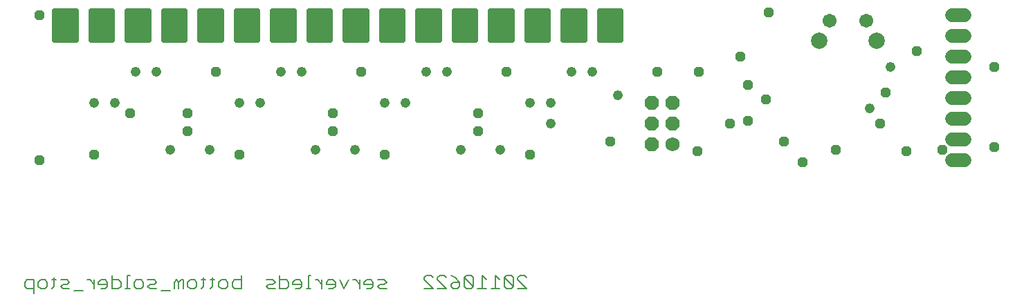
<source format=gbs>
G75*
G70*
%OFA0B0*%
%FSLAX24Y24*%
%IPPOS*%
%LPD*%
%AMOC8*
5,1,8,0,0,1.08239X$1,22.5*
%
%ADD10C,0.0060*%
%ADD11C,0.0252*%
%ADD12C,0.0789*%
%ADD13C,0.0674*%
%ADD14C,0.0680*%
%ADD15OC8,0.0680*%
%ADD16C,0.0680*%
%ADD17C,0.0476*%
%ADD18OC8,0.0476*%
D10*
X002845Y000482D02*
X002951Y000376D01*
X003272Y000376D01*
X003272Y000162D02*
X003272Y000803D01*
X002951Y000803D01*
X002845Y000696D01*
X002845Y000482D01*
X003489Y000482D02*
X003489Y000696D01*
X003596Y000803D01*
X003809Y000803D01*
X003916Y000696D01*
X003916Y000482D01*
X003809Y000376D01*
X003596Y000376D01*
X003489Y000482D01*
X004132Y000376D02*
X004239Y000482D01*
X004239Y000909D01*
X004346Y000803D02*
X004132Y000803D01*
X004563Y000803D02*
X004884Y000803D01*
X004990Y000696D01*
X004884Y000589D01*
X004670Y000589D01*
X004563Y000482D01*
X004670Y000376D01*
X004990Y000376D01*
X005208Y000269D02*
X005635Y000269D01*
X006172Y000376D02*
X006172Y000803D01*
X005959Y000803D02*
X005852Y000803D01*
X005959Y000803D02*
X006172Y000589D01*
X006390Y000589D02*
X006817Y000589D01*
X006817Y000482D02*
X006817Y000696D01*
X006710Y000803D01*
X006496Y000803D01*
X006390Y000696D01*
X006390Y000589D01*
X006496Y000376D02*
X006710Y000376D01*
X006817Y000482D01*
X007034Y000376D02*
X007354Y000376D01*
X007461Y000482D01*
X007461Y000696D01*
X007354Y000803D01*
X007034Y000803D01*
X007034Y001016D02*
X007034Y000376D01*
X007677Y000376D02*
X007891Y000376D01*
X007784Y000376D02*
X007784Y001016D01*
X007891Y001016D01*
X008108Y000696D02*
X008215Y000803D01*
X008429Y000803D01*
X008535Y000696D01*
X008535Y000482D01*
X008429Y000376D01*
X008215Y000376D01*
X008108Y000482D01*
X008108Y000696D01*
X008753Y000803D02*
X009073Y000803D01*
X009180Y000696D01*
X009073Y000589D01*
X008860Y000589D01*
X008753Y000482D01*
X008860Y000376D01*
X009180Y000376D01*
X009397Y000269D02*
X009824Y000269D01*
X010042Y000376D02*
X010042Y000696D01*
X010149Y000803D01*
X010255Y000696D01*
X010255Y000376D01*
X010469Y000376D02*
X010469Y000803D01*
X010362Y000803D01*
X010255Y000696D01*
X010686Y000696D02*
X010686Y000482D01*
X010793Y000376D01*
X011007Y000376D01*
X011113Y000482D01*
X011113Y000696D01*
X011007Y000803D01*
X010793Y000803D01*
X010686Y000696D01*
X011330Y000803D02*
X011543Y000803D01*
X011436Y000909D02*
X011436Y000482D01*
X011330Y000376D01*
X011759Y000376D02*
X011866Y000482D01*
X011866Y000909D01*
X011973Y000803D02*
X011759Y000803D01*
X012190Y000696D02*
X012297Y000803D01*
X012511Y000803D01*
X012617Y000696D01*
X012617Y000482D01*
X012511Y000376D01*
X012297Y000376D01*
X012190Y000482D01*
X012190Y000696D01*
X012835Y000696D02*
X012835Y000482D01*
X012942Y000376D01*
X013262Y000376D01*
X013262Y001016D01*
X013262Y000803D02*
X012942Y000803D01*
X012835Y000696D01*
X014464Y000803D02*
X014784Y000803D01*
X014891Y000696D01*
X014784Y000589D01*
X014571Y000589D01*
X014464Y000482D01*
X014571Y000376D01*
X014891Y000376D01*
X015108Y000376D02*
X015429Y000376D01*
X015535Y000482D01*
X015535Y000696D01*
X015429Y000803D01*
X015108Y000803D01*
X015108Y001016D02*
X015108Y000376D01*
X015753Y000589D02*
X015753Y000696D01*
X015860Y000803D01*
X016073Y000803D01*
X016180Y000696D01*
X016180Y000482D01*
X016073Y000376D01*
X015860Y000376D01*
X015753Y000589D02*
X016180Y000589D01*
X016396Y000376D02*
X016610Y000376D01*
X016503Y000376D02*
X016503Y001016D01*
X016610Y001016D01*
X016826Y000803D02*
X016933Y000803D01*
X017147Y000589D01*
X017147Y000376D02*
X017147Y000803D01*
X017364Y000696D02*
X017364Y000589D01*
X017791Y000589D01*
X017791Y000482D02*
X017791Y000696D01*
X017684Y000803D01*
X017471Y000803D01*
X017364Y000696D01*
X017684Y000376D02*
X017791Y000482D01*
X017684Y000376D02*
X017471Y000376D01*
X018009Y000803D02*
X018222Y000376D01*
X018436Y000803D01*
X018653Y000803D02*
X018759Y000803D01*
X018973Y000589D01*
X018973Y000376D02*
X018973Y000803D01*
X019190Y000696D02*
X019190Y000589D01*
X019617Y000589D01*
X019617Y000482D02*
X019617Y000696D01*
X019511Y000803D01*
X019297Y000803D01*
X019190Y000696D01*
X019511Y000376D02*
X019617Y000482D01*
X019511Y000376D02*
X019297Y000376D01*
X019835Y000482D02*
X019942Y000589D01*
X020155Y000589D01*
X020262Y000696D01*
X020155Y000803D01*
X019835Y000803D01*
X019835Y000482D02*
X019942Y000376D01*
X020262Y000376D01*
X022073Y000376D02*
X022500Y000376D01*
X022073Y000803D01*
X022073Y000909D01*
X022180Y001016D01*
X022393Y001016D01*
X022500Y000909D01*
X022718Y000909D02*
X022824Y001016D01*
X023038Y001016D01*
X023145Y000909D01*
X023362Y001016D02*
X023576Y000909D01*
X023789Y000696D01*
X023469Y000696D01*
X023362Y000589D01*
X023362Y000482D01*
X023469Y000376D01*
X023682Y000376D01*
X023789Y000482D01*
X023789Y000696D01*
X024007Y000909D02*
X024007Y000482D01*
X024113Y000376D01*
X024327Y000376D01*
X024434Y000482D01*
X024007Y000909D01*
X024113Y001016D01*
X024327Y001016D01*
X024434Y000909D01*
X024434Y000482D01*
X024651Y000376D02*
X025078Y000376D01*
X024865Y000376D02*
X024865Y001016D01*
X025078Y000803D01*
X025509Y001016D02*
X025509Y000376D01*
X025296Y000376D02*
X025723Y000376D01*
X025940Y000482D02*
X026047Y000376D01*
X026261Y000376D01*
X026367Y000482D01*
X025940Y000909D01*
X025940Y000482D01*
X026367Y000482D02*
X026367Y000909D01*
X026261Y001016D01*
X026047Y001016D01*
X025940Y000909D01*
X025723Y000803D02*
X025509Y001016D01*
X026585Y000909D02*
X026692Y001016D01*
X026905Y001016D01*
X027012Y000909D01*
X026585Y000909D02*
X026585Y000803D01*
X027012Y000376D01*
X026585Y000376D01*
X023145Y000376D02*
X022718Y000803D01*
X022718Y000909D01*
X022718Y000376D02*
X023145Y000376D01*
D11*
X021788Y012395D02*
X021788Y013797D01*
X022796Y013797D01*
X022796Y012395D01*
X021788Y012395D01*
X021788Y012646D02*
X022796Y012646D01*
X022796Y012897D02*
X021788Y012897D01*
X021788Y013148D02*
X022796Y013148D01*
X022796Y013399D02*
X021788Y013399D01*
X021788Y013650D02*
X022796Y013650D01*
X023538Y013797D02*
X023538Y012395D01*
X023538Y013797D02*
X024546Y013797D01*
X024546Y012395D01*
X023538Y012395D01*
X023538Y012646D02*
X024546Y012646D01*
X024546Y012897D02*
X023538Y012897D01*
X023538Y013148D02*
X024546Y013148D01*
X024546Y013399D02*
X023538Y013399D01*
X023538Y013650D02*
X024546Y013650D01*
X025288Y013797D02*
X025288Y012395D01*
X025288Y013797D02*
X026296Y013797D01*
X026296Y012395D01*
X025288Y012395D01*
X025288Y012646D02*
X026296Y012646D01*
X026296Y012897D02*
X025288Y012897D01*
X025288Y013148D02*
X026296Y013148D01*
X026296Y013399D02*
X025288Y013399D01*
X025288Y013650D02*
X026296Y013650D01*
X027038Y013797D02*
X027038Y012395D01*
X027038Y013797D02*
X028046Y013797D01*
X028046Y012395D01*
X027038Y012395D01*
X027038Y012646D02*
X028046Y012646D01*
X028046Y012897D02*
X027038Y012897D01*
X027038Y013148D02*
X028046Y013148D01*
X028046Y013399D02*
X027038Y013399D01*
X027038Y013650D02*
X028046Y013650D01*
X028788Y013797D02*
X028788Y012395D01*
X028788Y013797D02*
X029796Y013797D01*
X029796Y012395D01*
X028788Y012395D01*
X028788Y012646D02*
X029796Y012646D01*
X029796Y012897D02*
X028788Y012897D01*
X028788Y013148D02*
X029796Y013148D01*
X029796Y013399D02*
X028788Y013399D01*
X028788Y013650D02*
X029796Y013650D01*
X030538Y013797D02*
X030538Y012395D01*
X030538Y013797D02*
X031546Y013797D01*
X031546Y012395D01*
X030538Y012395D01*
X030538Y012646D02*
X031546Y012646D01*
X031546Y012897D02*
X030538Y012897D01*
X030538Y013148D02*
X031546Y013148D01*
X031546Y013399D02*
X030538Y013399D01*
X030538Y013650D02*
X031546Y013650D01*
X020038Y013797D02*
X020038Y012395D01*
X020038Y013797D02*
X021046Y013797D01*
X021046Y012395D01*
X020038Y012395D01*
X020038Y012646D02*
X021046Y012646D01*
X021046Y012897D02*
X020038Y012897D01*
X020038Y013148D02*
X021046Y013148D01*
X021046Y013399D02*
X020038Y013399D01*
X020038Y013650D02*
X021046Y013650D01*
X018288Y013797D02*
X018288Y012395D01*
X018288Y013797D02*
X019296Y013797D01*
X019296Y012395D01*
X018288Y012395D01*
X018288Y012646D02*
X019296Y012646D01*
X019296Y012897D02*
X018288Y012897D01*
X018288Y013148D02*
X019296Y013148D01*
X019296Y013399D02*
X018288Y013399D01*
X018288Y013650D02*
X019296Y013650D01*
X016538Y013797D02*
X016538Y012395D01*
X016538Y013797D02*
X017546Y013797D01*
X017546Y012395D01*
X016538Y012395D01*
X016538Y012646D02*
X017546Y012646D01*
X017546Y012897D02*
X016538Y012897D01*
X016538Y013148D02*
X017546Y013148D01*
X017546Y013399D02*
X016538Y013399D01*
X016538Y013650D02*
X017546Y013650D01*
X014788Y013797D02*
X014788Y012395D01*
X014788Y013797D02*
X015796Y013797D01*
X015796Y012395D01*
X014788Y012395D01*
X014788Y012646D02*
X015796Y012646D01*
X015796Y012897D02*
X014788Y012897D01*
X014788Y013148D02*
X015796Y013148D01*
X015796Y013399D02*
X014788Y013399D01*
X014788Y013650D02*
X015796Y013650D01*
X013038Y013797D02*
X013038Y012395D01*
X013038Y013797D02*
X014046Y013797D01*
X014046Y012395D01*
X013038Y012395D01*
X013038Y012646D02*
X014046Y012646D01*
X014046Y012897D02*
X013038Y012897D01*
X013038Y013148D02*
X014046Y013148D01*
X014046Y013399D02*
X013038Y013399D01*
X013038Y013650D02*
X014046Y013650D01*
X011288Y013797D02*
X011288Y012395D01*
X011288Y013797D02*
X012296Y013797D01*
X012296Y012395D01*
X011288Y012395D01*
X011288Y012646D02*
X012296Y012646D01*
X012296Y012897D02*
X011288Y012897D01*
X011288Y013148D02*
X012296Y013148D01*
X012296Y013399D02*
X011288Y013399D01*
X011288Y013650D02*
X012296Y013650D01*
X009538Y013797D02*
X009538Y012395D01*
X009538Y013797D02*
X010546Y013797D01*
X010546Y012395D01*
X009538Y012395D01*
X009538Y012646D02*
X010546Y012646D01*
X010546Y012897D02*
X009538Y012897D01*
X009538Y013148D02*
X010546Y013148D01*
X010546Y013399D02*
X009538Y013399D01*
X009538Y013650D02*
X010546Y013650D01*
X007788Y013797D02*
X007788Y012395D01*
X007788Y013797D02*
X008796Y013797D01*
X008796Y012395D01*
X007788Y012395D01*
X007788Y012646D02*
X008796Y012646D01*
X008796Y012897D02*
X007788Y012897D01*
X007788Y013148D02*
X008796Y013148D01*
X008796Y013399D02*
X007788Y013399D01*
X007788Y013650D02*
X008796Y013650D01*
X006038Y013797D02*
X006038Y012395D01*
X006038Y013797D02*
X007046Y013797D01*
X007046Y012395D01*
X006038Y012395D01*
X006038Y012646D02*
X007046Y012646D01*
X007046Y012897D02*
X006038Y012897D01*
X006038Y013148D02*
X007046Y013148D01*
X007046Y013399D02*
X006038Y013399D01*
X006038Y013650D02*
X007046Y013650D01*
X004288Y013797D02*
X004288Y012395D01*
X004288Y013797D02*
X005296Y013797D01*
X005296Y012395D01*
X004288Y012395D01*
X004288Y012646D02*
X005296Y012646D01*
X005296Y012897D02*
X004288Y012897D01*
X004288Y013148D02*
X005296Y013148D01*
X005296Y013399D02*
X004288Y013399D01*
X004288Y013650D02*
X005296Y013650D01*
D12*
X041101Y012338D03*
X043857Y012338D03*
D13*
X043365Y013322D03*
X041593Y013322D03*
D14*
X034042Y007346D03*
D15*
X033042Y007346D03*
X033042Y008346D03*
X034042Y008346D03*
X034042Y009346D03*
X033042Y009346D03*
D16*
X047492Y009596D02*
X048092Y009596D01*
X048092Y010596D02*
X047492Y010596D01*
X047492Y011596D02*
X048092Y011596D01*
X048092Y012596D02*
X047492Y012596D01*
X047492Y013596D02*
X048092Y013596D01*
X048092Y008596D02*
X047492Y008596D01*
X047492Y007596D02*
X048092Y007596D01*
X048092Y006596D02*
X047492Y006596D01*
D17*
X043542Y009096D03*
X044542Y011096D03*
X031417Y009721D03*
X030167Y010846D03*
X029167Y010846D03*
X028167Y009346D03*
X027167Y009346D03*
X028167Y008346D03*
X025729Y007096D03*
X023854Y007096D03*
X018729Y007096D03*
X016854Y007096D03*
X011729Y007096D03*
X009854Y007096D03*
X007167Y009346D03*
X006167Y009346D03*
X008167Y010846D03*
X009167Y010846D03*
X013167Y009346D03*
X014167Y009346D03*
X015167Y010846D03*
X016167Y010846D03*
X020167Y009346D03*
X021167Y009346D03*
X022167Y010846D03*
X023167Y010846D03*
D18*
X026042Y010846D03*
X024667Y008846D03*
X024667Y007971D03*
X027167Y006846D03*
X031042Y007471D03*
X035229Y007033D03*
X036792Y008346D03*
X037667Y008471D03*
X039417Y007471D03*
X041917Y007096D03*
X040292Y006471D03*
X044042Y008346D03*
X044292Y009846D03*
X045792Y011846D03*
X049542Y011096D03*
X049542Y007221D03*
X047042Y007096D03*
X045292Y007033D03*
X038542Y009533D03*
X037667Y010221D03*
X035292Y010846D03*
X033292Y010846D03*
X037292Y011596D03*
X038667Y013721D03*
X020167Y006846D03*
X017667Y007971D03*
X017667Y008846D03*
X019042Y010846D03*
X012042Y010846D03*
X010667Y008846D03*
X010667Y007971D03*
X013167Y006846D03*
X007917Y008846D03*
X006167Y006846D03*
X003542Y006596D03*
X003542Y013596D03*
M02*

</source>
